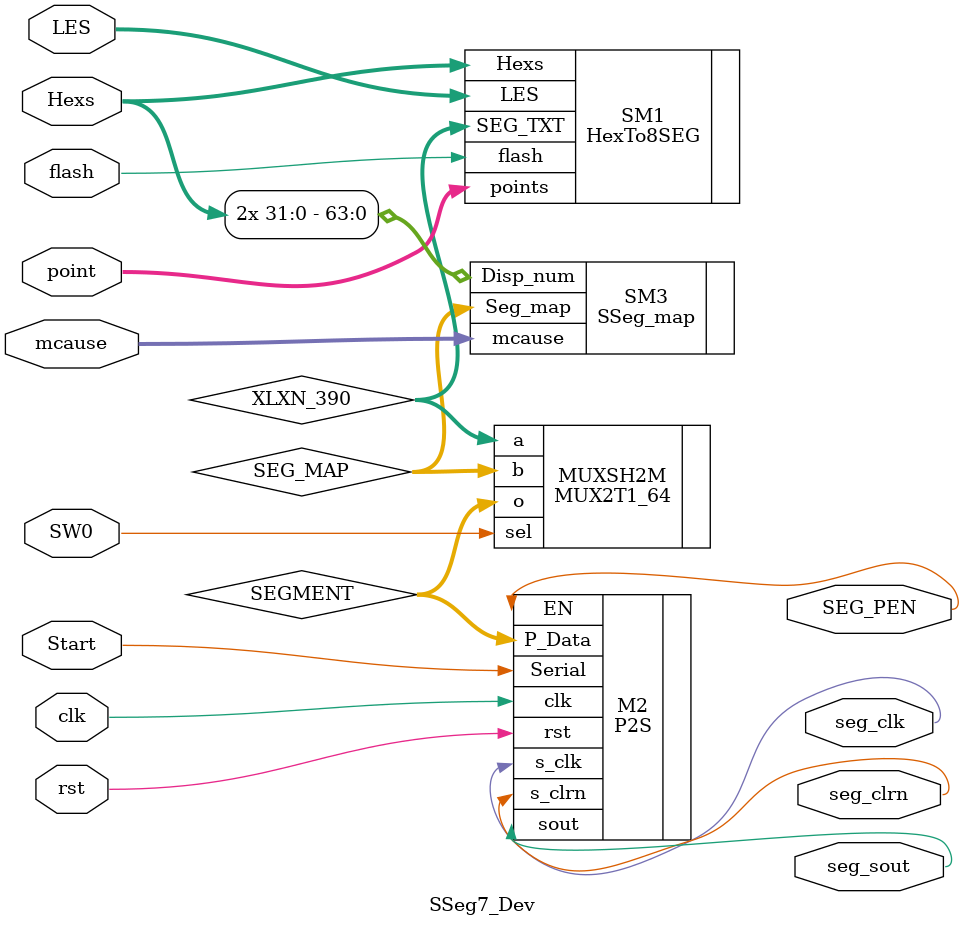
<source format=v>
`timescale 1ns / 1ps


module SSeg7_Dev(clk, 
                 flash, 
                 Hexs, 
                 LES, 
                 point, 
                 rst, 
                 Start, 
                 SW0, 
                 seg_clk, 
                 seg_clrn,
                 mcause, 
                 SEG_PEN, 
                 seg_sout);

    input clk;
    input flash;
    input [31:0] Hexs;
    input [7:0] LES;
    input [7:0] point;
    input [31:0] mcause;
    input rst;
    input Start;
    input SW0;
   output seg_clk;
   output seg_clrn;
   output SEG_PEN;
   output seg_sout;
   
   wire [63:0] SEGMENT;
   wire [63:0] SEG_MAP;
   wire [63:0] XLXN_390;
   
   MUX2T1_64  MUXSH2M (.a(XLXN_390[63:0]), 
                      .b(SEG_MAP[63:0]), 
                      .sel(SW0), 
                      .o(SEGMENT[63:0]));
   P2S  M2 (.clk(clk), 
           .P_Data(SEGMENT[63:0]), 
           .rst(rst), 
           .Serial(Start), 
           .EN(SEG_PEN), 
           .sout(seg_sout), 
           .s_clk(seg_clk), 
           .s_clrn(seg_clrn));
   HexTo8SEG  SM1 (.flash(flash), 
                  .Hexs(Hexs[31:0]), 
                  .LES(LES[7:0]), 
                  .points(point[7:0]), 
                  .SEG_TXT(XLXN_390[63:0]));
   SSeg_map  SM3 (.Disp_num({Hexs[31:0], Hexs[31:0]}), 
                .mcause(mcause[31:0]),
                 .Seg_map(SEG_MAP[63:0])
                 );
endmodule

</source>
